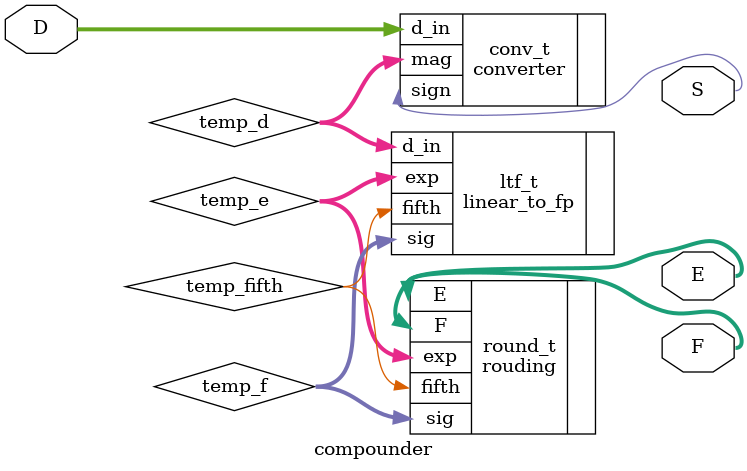
<source format=v>
`timescale 1ns / 1ps
module compounder( D, S, E, F
    );
input wire [11:0] D;
output wire S;
output wire [2:0] E;
output wire [3:0] F;

wire [11:0] temp_d;
wire [2:0] temp_e;
wire [3:0] temp_f;
wire temp_fifth;

converter conv_t(
	.d_in(D),
	.sign(S),
	.mag(temp_d)
);

linear_to_fp ltf_t(
	.d_in(temp_d),
	.exp(temp_e),
	.sig(temp_f),
	.fifth(temp_fifth)
);

rouding round_t(
	.exp(temp_e),
	.sig(temp_f),
	.fifth(temp_fifth),
	.E(E),
	.F(F)
);

endmodule

</source>
